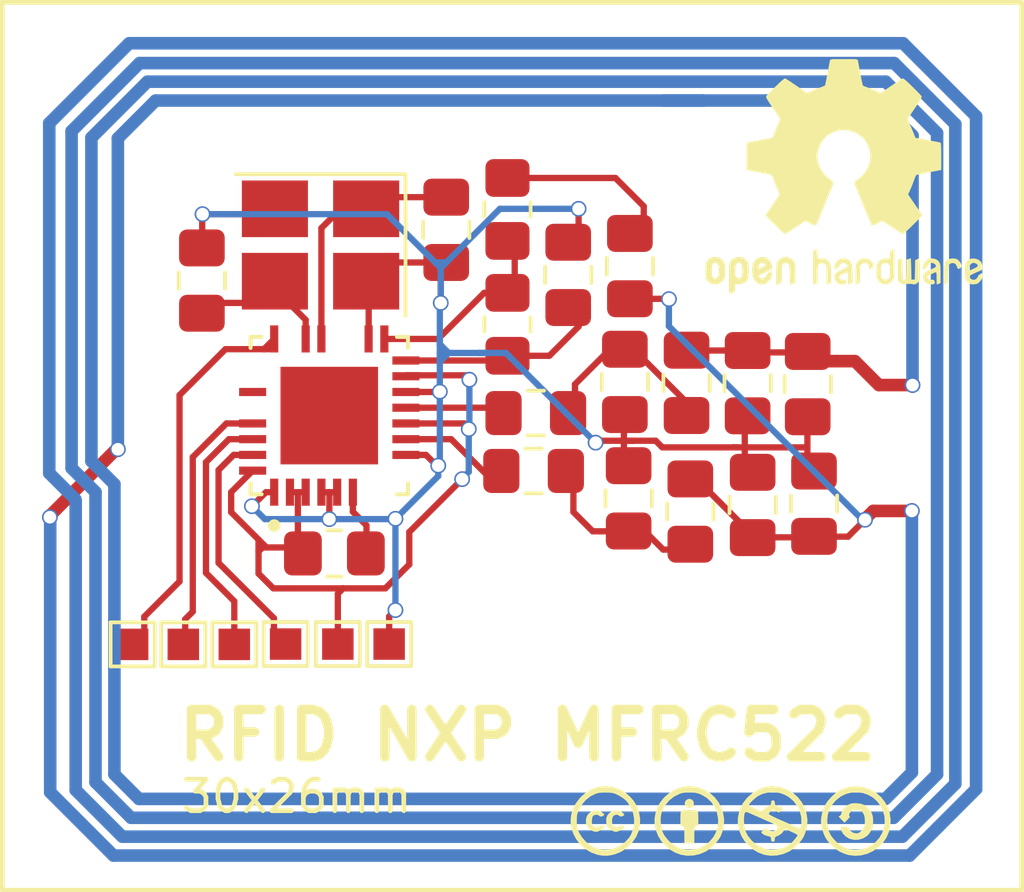
<source format=kicad_pcb>
(kicad_pcb (version 20211014) (generator pcbnew)
  (layers (0 "F.Cu" signal) (31 "B.Cu" signal) (34 "B.Paste" user) (35 "F.Paste" user) (36 "B.SilkS" user "B.Silkscreen") (37 "F.SilkS" user "F.Silkscreen") (38 "B.Mask" user) (39 "F.Mask" user) (44 "Edge.Cuts" user))
  (net 0 "")
  (net 1 "RX")
  (net 2 "Net-(5K1-Pad2)")
  (net 3 "3V3")
  (net 4 "Net-(10K1-Pad2)")
  (net 5 "VMID")
  (net 6 "ANT_GND")
  (net 7 "ANT_TX1")
  (net 8 "Net-(NY1-Pad1)")
  (net 9 "Net-(NY1-Pad3)")
  (net 10 "Net-(NL4-Pad2)")
  (net 11 "Net-(NC25-Pad2)")
  (net 12 "ANT_TX2")
  (net 13 "TX1")
  (net 14 "TX2")
  (net 21 "SDA")
  (net 26 "CLK")
  (net 27 "MOSI")
  (net 28 "MISO")
  (footprint "Capacitor_SMD:C_0805_2012Metric_Pad1.18x1.45mm_HandSolder" (layer "F.Cu") (at 125.94 115.04 90)
    (fp_text reference "NC24" hide)
    (fp_text value "47pF")
    (pad "1" smd roundrect (at -1.0375 0 90) (size 1.175 1.45) (layers "F.Cu" "F.Paste" "F.Mask") (roundrect_rratio 0.212766) (net 10 "Net-(NL4-Pad2)"))
    (pad "2" smd roundrect (at 1.0375 0 90) (size 1.175 1.45) (layers "F.Cu" "F.Paste" "F.Mask") (roundrect_rratio 0.212766) (net 6 "ANT_GND"))
  )
  (footprint "Capacitor_SMD:C_0805_2012Metric_Pad1.18x1.45mm_HandSolder" (layer "F.Cu") (at 131.63 111.41 90)
    (fp_text reference "NC23" hide)
    (fp_text value "10pF")
    (pad "1" smd roundrect (at -1.0375 0 90) (size 1.175 1.45) (layers "F.Cu" "F.Paste" "F.Mask") (roundrect_rratio 0.212766) (net 6 "ANT_GND"))
    (pad "2" smd roundrect (at 1.0375 0 90) (size 1.175 1.45) (layers "F.Cu" "F.Paste" "F.Mask") (roundrect_rratio 0.212766) (net 12 "ANT_TX2"))
  )
  (footprint "Package_QFP:RC522 RFID NFC QFN50P500X500X100-33N" (layer "F.Cu") (at 116.4275 112.41 90)
    (fp_text reference "U1" hide)
    (fp_text value "MFRC522/RC522")
    (pad "1" smd roundrect (at -2.435 -1.75 90) (size 0.86 0.26) (layers "F.Cu" "F.Paste" "F.Mask") (roundrect_rratio 0.03) (net 6 "ANT_GND"))
    (pad "2" smd roundrect (at -2.435 -1.25 90) (size 0.86 0.26) (layers "F.Cu" "F.Paste" "F.Mask") (roundrect_rratio 0.03) (net 3 "3V3"))
    (pad "3" smd roundrect (at -2.435 -0.75 90) (size 0.86 0.26) (layers "F.Cu" "F.Paste" "F.Mask") (roundrect_rratio 0.03) (net 3 "3V3"))
    (pad "4" smd roundrect (at -2.435 -0.25 90) (size 0.86 0.26) (layers "F.Cu" "F.Paste" "F.Mask") (roundrect_rratio 0.03) (net 6 "ANT_GND"))
    (pad "5" smd roundrect (at -2.435 0.25 90) (size 0.86 0.26) (layers "F.Cu" "F.Paste" "F.Mask") (roundrect_rratio 0.03) (net 6 "ANT_GND"))
    (pad "6" smd roundrect (at -2.435 0.75 90) (size 0.86 0.26) (layers "F.Cu" "F.Paste" "F.Mask") (roundrect_rratio 0.03) (net 4 "Net-(10K1-Pad2)"))
    (pad "7" smd roundrect (at -2.435 1.25 90) (size 0 0) (layers "F.Cu" "F.Paste" "F.Mask") (roundrect_rratio 0.03))
    (pad "8" smd roundrect (at -2.435 1.75 90) (size 0 0) (layers "F.Cu" "F.Paste" "F.Mask") (roundrect_rratio 0.03))
    (pad "9" smd roundrect (at -1.75 2.435 180) (size 0 0) (layers "F.Cu" "F.Paste" "F.Mask") (roundrect_rratio 0.03))
    (pad "10" smd roundrect (at -1.25 2.435 180) (size 0.86 0.26) (layers "F.Cu" "F.Paste" "F.Mask") (roundrect_rratio 0.03) (net 6 "ANT_GND"))
    (pad "11" smd roundrect (at -0.75 2.435 180) (size 0.86 0.26) (layers "F.Cu" "F.Paste" "F.Mask") (roundrect_rratio 0.03) (net 13 "TX1"))
    (pad "12" smd roundrect (at -0.25 2.435 180) (size 0.86 0.26) (layers "F.Cu" "F.Paste" "F.Mask") (roundrect_rratio 0.03) (net 3 "3V3"))
    (pad "13" smd roundrect (at 0.25 2.435 180) (size 0.86 0.26) (layers "F.Cu" "F.Paste" "F.Mask") (roundrect_rratio 0.03) (net 14 "TX2"))
    (pad "14" smd roundrect (at 0.75 2.435 180) (size 0.86 0.26) (layers "F.Cu" "F.Paste" "F.Mask") (roundrect_rratio 0.03) (net 6 "ANT_GND"))
    (pad "15" smd roundrect (at 1.25 2.435 180) (size 0.86 0.26) (layers "F.Cu" "F.Paste" "F.Mask") (roundrect_rratio 0.03) (net 3 "3V3"))
    (pad "16" smd roundrect (at 1.75 2.435 180) (size 0.86 0.26) (layers "F.Cu" "F.Paste" "F.Mask") (roundrect_rratio 0.03) (net 5 "VMID"))
    (pad "17" smd roundrect (at 2.435 1.75 90) (size 0.86 0.26) (layers "F.Cu" "F.Paste" "F.Mask") (roundrect_rratio 0.03) (net 1 "RX"))
    (pad "18" smd roundrect (at 2.435 1.25 90) (size 0.86 0.26) (layers "F.Cu" "F.Paste" "F.Mask") (roundrect_rratio 0.03) (net 6 "ANT_GND"))
    (pad "19" smd roundrect (at 2.435 0.75 90) (size 0 0) (layers "F.Cu" "F.Paste" "F.Mask") (roundrect_rratio 0.03))
    (pad "20" smd roundrect (at 2.435 0.25 90) (size 0 0) (layers "F.Cu" "F.Paste" "F.Mask") (roundrect_rratio 0.03))
    (pad "21" smd roundrect (at 2.435 -0.25 90) (size 0.86 0.26) (layers "F.Cu" "F.Paste" "F.Mask") (roundrect_rratio 0.03) (net 8 "Net-(NY1-Pad1)"))
    (pad "22" smd roundrect (at 2.435 -0.75 90) (size 0.86 0.26) (layers "F.Cu" "F.Paste" "F.Mask") (roundrect_rratio 0.03) (net 9 "Net-(NY1-Pad3)"))
    (pad "23" smd roundrect (at 2.435 -1.25 90) (size 0 0) (layers "F.Cu" "F.Paste" "F.Mask") (roundrect_rratio 0.03))
    (pad "24" smd roundrect (at 2.435 -1.75 90) (size 0.86 0.26) (layers "F.Cu" "F.Paste" "F.Mask") (roundrect_rratio 0.03) (net 21 "SDA"))
    (pad "25" smd roundrect (at 1.75 -2.435 180) (size 0 0) (layers "F.Cu" "F.Paste" "F.Mask") (roundrect_rratio 0.03))
    (pad "26" smd roundrect (at 1.25 -2.435 180) (size 0 0) (layers "F.Cu" "F.Paste" "F.Mask") (roundrect_rratio 0.03))
    (pad "27" smd roundrect (at 0.75 -2.435 180) (size 0.86 0.26) (layers "F.Cu" "F.Paste" "F.Mask") (roundrect_rratio 0.03))
    (pad "28" smd roundrect (at 0.25 -2.435 180) (size 0 0) (layers "F.Cu" "F.Paste" "F.Mask") (roundrect_rratio 0.03))
    (pad "29" smd roundrect (at -0.25 -2.435 180) (size 0.86 0.26) (layers "F.Cu" "F.Paste" "F.Mask") (roundrect_rratio 0.03) (net 26 "CLK"))
    (pad "30" smd roundrect (at -0.75 -2.435 180) (size 0.86 0.26) (layers "F.Cu" "F.Paste" "F.Mask") (roundrect_rratio 0.03) (net 27 "MOSI"))
    (pad "31" smd roundrect (at -1.25 -2.435 180) (size 0.86 0.26) (layers "F.Cu" "F.Paste" "F.Mask") (roundrect_rratio 0.03) (net 28 "MISO"))
    (pad "32" smd roundrect (at -1.75 -2.435 180) (size 0.86 0.26) (layers "F.Cu" "F.Paste" "F.Mask") (roundrect_rratio 0.03) (net 3 "3V3"))
    (pad "33" smd rect (at 0 0 90) (size 3.1 3.1) (layers "F.Cu" "F.Mask"))
  )
  (footprint "Capacitor_SMD:C_0805_2012Metric_Pad1.18x1.45mm_HandSolder" (layer "F.Cu") (at 120.14375 106.5075 -90)
    (fp_text reference "NC16" hide)
    (fp_text value "15pF")
    (pad "1" smd roundrect (at -1.0375 0 270) (size 1.175 1.45) (layers "F.Cu" "F.Paste" "F.Mask") (roundrect_rratio 0.212766) (net 8 "Net-(NY1-Pad1)"))
    (pad "2" smd roundrect (at 1.0375 0 270) (size 1.175 1.45) (layers "F.Cu" "F.Paste" "F.Mask") (roundrect_rratio 0.212766) (net 6 "ANT_GND"))
  )
  (footprint "Capacitor_SMD:C_0805_2012Metric_Pad1.18x1.45mm_HandSolder" (layer "F.Cu") (at 127.9 115.46 90)
    (fp_text reference "NC18" hide)
    (fp_text value "15pF")
    (pad "1" smd roundrect (at -1.0375 0 90) (size 1.175 1.45) (layers "F.Cu" "F.Paste" "F.Mask") (roundrect_rratio 0.212766) (net 10 "Net-(NL4-Pad2)"))
    (pad "2" smd roundrect (at 1.0375 0 90) (size 1.175 1.45) (layers "F.Cu" "F.Paste" "F.Mask") (roundrect_rratio 0.212766) (net 7 "ANT_TX1"))
  )
  (footprint "Resistor_SMD:R_0805_2012Metric_Pad1.20x1.40mm_HandSolder" (layer "F.Cu") (at 122.09 109.51 90)
    (fp_text reference "820R1" hide)
    (fp_text value "NR15")
    (pad "1" smd roundrect (at -1 0 90) (size 1.2 1.4) (layers "F.Cu" "F.Paste" "F.Mask") (roundrect_rratio 0.208333) (net 5 "VMID"))
    (pad "2" smd roundrect (at 1 0 90) (size 1.2 1.4) (layers "F.Cu" "F.Paste" "F.Mask") (roundrect_rratio 0.208333) (net 1 "RX"))
  )
  (footprint "Inductor_SMD:L_0805_2012Metric_Pad1.15x1.40mm_HandSolder" (layer "F.Cu") (at 122.99 112.33)
    (fp_text reference "NL5" hide)
    (fp_text value "22uH")
    (pad "1" smd roundrect (at -1.025 0) (size 1.15 1.4) (layers "F.Cu" "F.Paste" "F.Mask") (roundrect_rratio 0.217391) (net 14 "TX2"))
    (pad "2" smd roundrect (at 1.025 0) (size 1.15 1.4) (layers "F.Cu" "F.Paste" "F.Mask") (roundrect_rratio 0.217391) (net 11 "Net-(NC25-Pad2)"))
  )
  (footprint "TestPoint:TestPoint_Pad_1.0x1.0mm" (layer "F.Cu") (at 115.04 119.67)
    (fp_text reference "NT3" hide)
    (fp_text value "MI")
    (pad "1" smd rect (at 0 0) (size 1 1) (layers "F.Cu" "F.Mask") (net 28 "MISO"))
  )
  (footprint "TestPoint:TestPoint_Pad_1.0x1.0mm" (layer "F.Cu") (at 118.33 119.67)
    (fp_text reference "NT6" hide)
    (fp_text value "GND")
    (pad "1" smd rect (at 0 0) (size 1 1) (layers "F.Cu" "F.Mask") (net 6 "ANT_GND"))
  )
  (footprint "Inductor_SMD:L_0805_2012Metric_Pad1.15x1.40mm_HandSolder" (layer "F.Cu") (at 122.92 114.17)
    (fp_text reference "NL4" hide)
    (fp_text value "22uH")
    (pad "1" smd roundrect (at -1.025 0) (size 1.15 1.4) (layers "F.Cu" "F.Paste" "F.Mask") (roundrect_rratio 0.217391) (net 13 "TX1"))
    (pad "2" smd roundrect (at 1.025 0) (size 1.15 1.4) (layers "F.Cu" "F.Paste" "F.Mask") (roundrect_rratio 0.217391) (net 10 "Net-(NL4-Pad2)"))
  )
  (footprint "Symbol:OSHW-Logo2_9.8x8mm_SilkScreen" (layer "F.Cu") (at 132.78 104.8)
    (fp_text reference "REF**" hide)
    (fp_text value "OSHW-Logo2_9.8x8mm_SilkScreen" hide)
  )
  (footprint "Crystal:Crystal_SMD_3225-4Pin_3.2x2.5mm_HandSoldering" (layer "F.Cu") (at 116.15 106.99 180)
    (fp_text reference "NY1" hide)
    (fp_text value "27M12")
    (pad "1" smd rect (at -1.45 1.15 180) (size 2.1 1.8) (layers "F.Cu" "F.Paste" "F.Mask") (net 8 "Net-(NY1-Pad1)"))
    (pad "2" smd rect (at 1.45 1.15 180) (size 2.1 1.8) (layers "F.Cu" "F.Paste" "F.Mask") (net 6 "ANT_GND"))
    (pad "3" smd rect (at 1.45 -1.15 180) (size 2.1 1.8) (layers "F.Cu" "F.Paste" "F.Mask") (net 9 "Net-(NY1-Pad3)"))
    (pad "4" smd rect (at -1.45 -1.15 180) (size 2.1 1.8) (layers "F.Cu" "F.Paste" "F.Mask") (net 6 "ANT_GND"))
  )
  (footprint "Capacitor_SMD:C_0805_2012Metric_Pad1.18x1.45mm_HandSolder" (layer "F.Cu") (at 124.02 107.94 90)
    (fp_text reference "NC5" hide)
    (fp_text value "104????")
    (pad "1" smd roundrect (at -1.0375 0 90) (size 1.175 1.45) (layers "F.Cu" "F.Paste" "F.Mask") (roundrect_rratio 0.212766) (net 5 "VMID"))
    (pad "2" smd roundrect (at 1.0375 0 90) (size 1.175 1.45) (layers "F.Cu" "F.Paste" "F.Mask") (roundrect_rratio 0.212766) (net 6 "ANT_GND"))
  )
  (footprint "Capacitor_SMD:C_0805_2012Metric_Pad1.18x1.45mm_HandSolder" (layer "F.Cu") (at 127.78 111.37 90)
    (fp_text reference "NC19" hide)
    (fp_text value "15pF")
    (pad "1" smd roundrect (at -1.0375 0 90) (size 1.175 1.45) (layers "F.Cu" "F.Paste" "F.Mask") (roundrect_rratio 0.212766) (net 11 "Net-(NC25-Pad2)"))
    (pad "2" smd roundrect (at 1.0375 0 90) (size 1.175 1.45) (layers "F.Cu" "F.Paste" "F.Mask") (roundrect_rratio 0.212766) (net 12 "ANT_TX2"))
  )
  (footprint "TestPoint:TestPoint_Pad_1.0x1.0mm" (layer "F.Cu") (at 116.7 119.67)
    (fp_text reference "NT5" hide)
    (fp_text value "3V3")
    (pad "1" smd rect (at 0 0) (size 1 1) (layers "F.Cu" "F.Mask") (net 3 "3V3"))
  )
  (footprint "TestPoint:TestPoint_Pad_1.0x1.0mm" (layer "F.Cu") (at 111.79 119.68)
    (fp_text reference "NT1" hide)
    (fp_text value "CLK")
    (pad "1" smd rect (at 0 0) (size 1 1) (layers "F.Cu" "F.Mask") (net 26 "CLK"))
  )
  (footprint "TestPoint:TestPoint_Pad_1.0x1.0mm" (layer "F.Cu") (at 113.41 119.68)
    (fp_text reference "NT2" hide)
    (fp_text value "MO")
    (pad "1" smd rect (at 0 0) (size 1 1) (layers "F.Cu" "F.Mask") (net 27 "MOSI"))
  )
  (footprint "TestPoint:TestPoint_Pad_1.0x1.0mm" (layer "F.Cu") (at 110.18 119.68 90)
    (fp_text reference "NT4" hide)
    (fp_text value "DA")
    (pad "1" smd rect (at 0 0 90) (size 1 1) (layers "F.Cu" "F.Mask") (net 21 "SDA"))
  )
  (footprint "Capacitor_SMD:C_0805_2012Metric_Pad1.18x1.45mm_HandSolder" (layer "F.Cu") (at 125.98 107.66 -90)
    (fp_text reference "NC6" hide)
    (fp_text value "104????")
    (pad "1" smd roundrect (at -1.0375 0 270) (size 1.175 1.45) (layers "F.Cu" "F.Paste" "F.Mask") (roundrect_rratio 0.212766) (net 2 "Net-(5K1-Pad2)"))
    (pad "2" smd roundrect (at 1.0375 0 270) (size 1.175 1.45) (layers "F.Cu" "F.Paste" "F.Mask") (roundrect_rratio 0.212766) (net 7 "ANT_TX1"))
  )
  (footprint "Capacitor_SMD:C_0805_2012Metric_Pad1.18x1.45mm_HandSolder" (layer "F.Cu") (at 129.72 111.38 90)
    (fp_text reference "NC21" hide)
    (fp_text value "180pF")
    (pad "1" smd roundrect (at -1.0375 0 90) (size 1.175 1.45) (layers "F.Cu" "F.Paste" "F.Mask") (roundrect_rratio 0.212766) (net 6 "ANT_GND"))
    (pad "2" smd roundrect (at 1.0375 0 90) (size 1.175 1.45) (layers "F.Cu" "F.Paste" "F.Mask") (roundrect_rratio 0.212766) (net 12 "ANT_TX2"))
  )
  (footprint "Capacitor_SMD:C_0805_2012Metric_Pad1.18x1.45mm_HandSolder" (layer "F.Cu") (at 131.83 115.21 90)
    (fp_text reference "NC22" hide)
    (fp_text value "10pF")
    (pad "1" smd roundrect (at -1.0375 0 90) (size 1.175 1.45) (layers "F.Cu" "F.Paste" "F.Mask") (roundrect_rratio 0.212766) (net 7 "ANT_TX1"))
    (pad "2" smd roundrect (at 1.0375 0 90) (size 1.175 1.45) (layers "F.Cu" "F.Paste" "F.Mask") (roundrect_rratio 0.212766) (net 6 "ANT_GND"))
  )
  (footprint "Resistor_SMD:R_0805_2012Metric_Pad1.20x1.40mm_HandSolder" (layer "F.Cu") (at 122.09 105.86 90)
    (fp_text reference "5K1" hide)
    (fp_text value "NR16")
    (pad "1" smd roundrect (at -1 0 90) (size 1.2 1.4) (layers "F.Cu" "F.Paste" "F.Mask") (roundrect_rratio 0.208333) (net 1 "RX"))
    (pad "2" smd roundrect (at 1 0 90) (size 1.2 1.4) (layers "F.Cu" "F.Paste" "F.Mask") (roundrect_rratio 0.208333) (net 2 "Net-(5K1-Pad2)"))
  )
  (footprint "AeonLabs Logosy:aeon creative commons logos" (layer "F.Cu") (at 129.17 125.24)
    (fp_text reference "G***" hide)
    (fp_text value "LOGO" hide)
  )
  (footprint "Capacitor_SMD:C_0805_2012Metric_Pad1.18x1.45mm_HandSolder" (layer "F.Cu") (at 129.88 115.25 90)
    (fp_text reference "NC20" hide)
    (fp_text value "180pF")
    (pad "1" smd roundrect (at -1.0375 0 90) (size 1.175 1.45) (layers "F.Cu" "F.Paste" "F.Mask") (roundrect_rratio 0.212766) (net 7 "ANT_TX1"))
    (pad "2" smd roundrect (at 1.0375 0 90) (size 1.175 1.45) (layers "F.Cu" "F.Paste" "F.Mask") (roundrect_rratio 0.212766) (net 6 "ANT_GND"))
  )
  (footprint "Capacitor_SMD:C_0805_2012Metric_Pad1.18x1.45mm_HandSolder" (layer "F.Cu") (at 125.82 111.34 90)
    (fp_text reference "NC25" hide)
    (fp_text value "47pF")
    (pad "1" smd roundrect (at -1.0375 0 90) (size 1.175 1.45) (layers "F.Cu" "F.Paste" "F.Mask") (roundrect_rratio 0.212766) (net 6 "ANT_GND"))
    (pad "2" smd roundrect (at 1.0375 0 90) (size 1.175 1.45) (layers "F.Cu" "F.Paste" "F.Mask") (roundrect_rratio 0.212766) (net 11 "Net-(NC25-Pad2)"))
  )
  (footprint "Capacitor_SMD:C_0805_2012Metric_Pad1.18x1.45mm_HandSolder" (layer "F.Cu") (at 112.38 108.12 90)
    (fp_text reference "NC17" hide)
    (fp_text value "15pF")
    (pad "1" smd roundrect (at -1.0375 0 90) (size 1.175 1.45) (layers "F.Cu" "F.Paste" "F.Mask") (roundrect_rratio 0.212766) (net 9 "Net-(NY1-Pad3)"))
    (pad "2" smd roundrect (at 1.0375 0 90) (size 1.175 1.45) (layers "F.Cu" "F.Paste" "F.Mask") (roundrect_rratio 0.212766) (net 6 "ANT_GND"))
  )
  (footprint "Resistor_SMD:R_0805_2012Metric_Pad1.20x1.40mm_HandSolder" (layer "F.Cu") (at 116.59 116.79)
    (fp_text reference "10K1" hide)
    (fp_text value "NR14")
    (pad "1" smd roundrect (at -1 0) (size 1.2 1.4) (layers "F.Cu" "F.Paste" "F.Mask") (roundrect_rratio 0.208333) (net 3 "3V3"))
    (pad "2" smd roundrect (at 1 0) (size 1.2 1.4) (layers "F.Cu" "F.Paste" "F.Mask") (roundrect_rratio 0.208333) (net 4 "Net-(10K1-Pad2)"))
  )
  (gr_rect (start 106.04 99.28) (end 138.43 127.49) (layer "F.SilkS") (width 0.15) (fill none))
  (gr_text "30x26mm" (at 115.39 124.51) (layer "F.SilkS") (effects (font (size 1 1))))
  (gr_text "RFID NXP MFRC522" (at 122.73 122.57) (layer "F.SilkS") (effects (font (size 1.5 1.5) (thickness 0.3))))
  (segment (start 121.35 108.51) (end 122.32 108.51) (width 0.2) (layer "F.Cu") (net 1))
  (segment (start 122.32 108.51) (end 122.32 106.89) (width 0.2) (layer "F.Cu") (net 1))
  (segment (start 119.885 109.975) (end 121.35 108.51) (width 0.2) (layer "F.Cu") (net 1))
  (segment (start 122.32 106.89) (end 122.35 106.86) (width 0.2) (layer "F.Cu") (net 1))
  (segment (start 118.1775 109.975) (end 119.885 109.975) (width 0.2) (layer "F.Cu") (net 1))
  (segment (start 126.42 105.76) (end 126.42 106.6325) (width 0.2) (layer "F.Cu") (net 2))
  (segment (start 122.35 104.86) (end 125.52 104.86) (width 0.2) (layer "F.Cu") (net 2))
  (segment (start 125.52 104.86) (end 126.42 105.76) (width 0.2) (layer "F.Cu") (net 2))
  (segment (start 113.31 114.8425) (end 113.9925 114.16) (width 0.2) (layer "F.Cu") (net 3))
  (segment (start 116.87 117.9) (end 118.21 117.9) (width 0.2) (layer "F.Cu") (net 3))
  (segment (start 114.31 116.6) (end 114.18 116.73) (width 0.2) (layer "F.Cu") (net 3))
  (segment (start 116.7 119.67) (end 116.7 118.07) (width 0.2) (layer "F.Cu") (net 3))
  (segment (start 118.8625 112.66) (end 120.72 112.66) (width 0.2) (layer "F.Cu") (net 3))
  (segment (start 114.43 116.6) (end 114.18 116.35) (width 0.2) (layer "F.Cu") (net 3))
  (segment (start 113.31 115.48) (end 113.31 114.8425) (width 0.2) (layer "F.Cu") (net 3))
  (segment (start 115.6775 114.845) (end 115.445 114.845) (width 0.2) (layer "F.Cu") (net 3))
  (segment (start 114.43 116.6) (end 114.31 116.6) (width 0.2) (layer "F.Cu") (net 3))
  (segment (start 116.7 118.07) (end 116.87 117.9) (width 0.2) (layer "F.Cu") (net 3))
  (segment (start 115.445 116.435) (end 115.61 116.6) (width 0.2) (layer "F.Cu") (net 3))
  (segment (start 118.97 116.11) (end 120.65 114.43) (width 0.2) (layer "F.Cu") (net 3))
  (segment (start 114.18 116.35) (end 113.31 115.48) (width 0.2) (layer "F.Cu") (net 3))
  (segment (start 118.87625 111.13) (end 120.88375 111.13) (width 0.2) (layer "F.Cu") (net 3))
  (segment (start 120.72 112.66) (end 120.91 112.85) (width 0.2) (layer "F.Cu") (net 3))
  (segment (start 114.18 116.73) (end 114.18 117.43) (width 0.2) (layer "F.Cu") (net 3))
  (segment (start 114.18 116.35) (end 114.18 116.73) (width 0.2) (layer "F.Cu") (net 3))
  (segment (start 114.18 117.43) (end 114.65 117.9) (width 0.2) (layer "F.Cu") (net 3))
  (segment (start 118.97 117.14) (end 118.97 116.11) (width 0.2) (layer "F.Cu") (net 3))
  (segment (start 115.61 116.6) (end 114.43 116.6) (width 0.2) (layer "F.Cu") (net 3))
  (segment (start 118.21 117.9) (end 118.97 117.14) (width 0.2) (layer "F.Cu") (net 3))
  (segment (start 115.445 114.845) (end 115.1775 114.845) (width 0.2) (layer "F.Cu") (net 3))
  (segment (start 115.43 114.845) (end 115.43 116.435) (width 0.2) (layer "F.Cu") (net 3))
  (segment (start 114.65 117.9) (end 116.87 117.9) (width 0.2) (layer "F.Cu") (net 3))
  (via (at 120.88 111.27) (size 0.5) (drill 0.4) (layers "F.Cu" "B.Cu") (net 3))
  (via (at 120.65 114.43) (size 0.5) (drill 0.4) (layers "F.Cu" "B.Cu") (net 3))
  (via (at 120.86 112.84) (size 0.5) (drill 0.4) (layers "F.Cu" "B.Cu") (net 3))
  (segment (start 120.86 114.2) (end 120.7 114.36) (width 0.2) (layer "B.Cu") (net 3))
  (segment (start 120.88 111.27) (end 120.88 112.82) (width 0.2) (layer "B.Cu") (net 3))
  (segment (start 120.88 112.82) (end 120.86 112.84) (width 0.2) (layer "B.Cu") (net 3))
  (segment (start 120.86 112.84) (end 120.86 114.2) (width 0.2) (layer "B.Cu") (net 3))
  (segment (start 117.61 115.9) (end 117.61 116.6) (width 0.2) (layer "F.Cu") (net 4))
  (segment (start 117.1775 115.4675) (end 117.61 115.9) (width 0.2) (layer "F.Cu") (net 4))
  (segment (start 117.1775 114.845) (end 117.1775 115.4675) (width 0.2) (layer "F.Cu") (net 4))
  (segment (start 122.17 110.66) (end 122.32 110.51) (width 0.2) (layer "F.Cu") (net 5))
  (segment (start 124.35 109.58) (end 124.35 108.9875) (width 0.2) (layer "F.Cu") (net 5))
  (segment (start 122.32 110.51) (end 123.42 110.51) (width 0.2) (layer "F.Cu") (net 5))
  (segment (start 123.42 110.51) (end 124.35 109.58) (width 0.2) (layer "F.Cu") (net 5))
  (segment (start 118.8625 110.66) (end 122.17 110.66) (width 0.2) (layer "F.Cu") (net 5))
  (segment (start 114.415 114.845) (end 113.97 115.29) (width 0.2) (layer "F.Cu") (net 6))
  (segment (start 126.16 114.0125) (end 125.7525 114.0125) (width 0.2) (layer "F.Cu") (net 6))
  (segment (start 127.01 113.42) (end 129.26 113.42) (width 0.2) (layer "F.Cu") (net 6))
  (segment (start 120.14375 107.545) (end 117.80625 107.545) (width 0.2) (layer "F.Cu") (net 6))
  (segment (start 125.4675 113.53) (end 125.94 114.0025) (width 0.2) (layer "F.Cu") (net 6))
  (segment (start 130.24 114.1525) (end 130.19 114.2025) (width 0.2) (layer "F.Cu") (net 6))
  (segment (start 114.6775 114.845) (end 114.415 114.845) (width 0.2) (layer "F.Cu") (net 6))
  (segment (start 118.33 119.67) (end 118.33 118.79) (width 0.2) (layer "F.Cu") (net 6))
  (segment (start 119.5 113.66) (end 119.82 113.98) (width 0.2) (layer "F.Cu") (net 6))
  (segment (start 118.33 118.79) (end 118.53 118.59) (width 0.2) (layer "F.Cu") (net 6))
  (segment (start 131.62 113.37) (end 131.62 113.72) (width 0.2) (layer "F.Cu") (net 6))
  (segment (start 126.09 113.21) (end 124.95 113.21) (width 0.2) (layer "F.Cu") (net 6))
  (segment (start 125.79 112.5975) (end 125.79 113.21) (width 0.2) (layer "F.Cu") (net 6))
  (segment (start 116.445 115.685) (end 116.43 115.7) (width 0.2) (layer "F.Cu") (net 6))
  (segment (start 125.79 113.21) (end 126.09 113.21) (width 0.2) (layer "F.Cu") (net 6))
  (segment (start 112.39 107.1325) (end 112.39 106.1) (width 0.2) (layer "F.Cu") (net 6))
  (segment (start 129.26 113.42) (end 131.57 113.42) (width 0.2) (layer "F.Cu") (net 6))
  (segment (start 126.8 113.21) (end 127.01 113.42) (width 0.2) (layer "F.Cu") (net 6))
  (segment (start 117.68 109.97375) (end 117.68 107.90625) (width 0.2) (layer "F.Cu") (net 6))
  (segment (start 125.79 113.21) (end 125.79 113.63) (width 0.2) (layer "F.Cu") (net 6))
  (segment (start 114.53 106.01) (end 112.4 106.01) (width 0.2) (layer "F.Cu") (net 6))
  (segment (start 132.2 114.1325) (end 132.15 114.1825) (width 0.2) (layer "F.Cu") (net 6))
  (segment (start 126.19 113.9825) (end 126.16 114.0125) (width 0.2) (layer "F.Cu") (net 6))
  (segment (start 118.8625 111.66) (end 119.94 111.66) (width 0.2) (layer "F.Cu") (net 6))
  (segment (start 117.80625 107.545) (end 117.61375 107.7375) (width 0.2) (layer "F.Cu") (net 6))
  (segment (start 116.445 114.845) (end 116.1775 114.845) (width 0.2) (layer "F.Cu") (net 6))
  (segment (start 114.7 105.84) (end 114.53 106.01) (width 0.2) (layer "F.Cu") (net 6))
  (segment (start 131.62 112.8075) (end 131.62 113.37) (width 0.2) (layer "F.Cu") (net 6))
  (segment (start 126.09 113.21) (end 126.8 113.21) (width 0.2) (layer "F.Cu") (net 6))
  (segment (start 129.26 113.42) (end 129.4075 113.42) (width 0.2) (layer "F.Cu") (net 6))
  (segment (start 131.57 113.42) (end 131.62 113.37) (width 0.2) (layer "F.Cu") (net 6))
  (segment (start 117.78125 107.905) (end 117.61375 107.7375) (width 0.2) (layer "F.Cu") (net 6))
  (segment (start 119.97 108.83) (end 119.97 107.71875) (width 0.2) (layer "F.Cu") (net 6))
  (segment (start 124.95 113.21) (end 124.89 113.27) (width 0.2) (layer "F.Cu") (net 6))
  (segment (start 116.6775 114.845) (end 116.445 114.845) (width 0.2) (layer "F.Cu") (net 6))
  (segment (start 119.97 107.71875) (end 120.14375 107.545) (width 0.2) (layer "F.Cu") (net 6))
  (segment (start 118.8625 113.66) (end 119.5 113.66) (width 0.2) (layer "F.Cu") (net 6))
  (segment (start 124.35 106.9125) (end 124.35 105.9) (width 0.2) (layer "F.Cu") (net 6))
  (segment (start 116.43 114.84) (end 116.43 115.68) (width 0.2) (layer "F.Cu") (net 6))
  (segment (start 129.63 112.7175) (end 129.63 113.73) (width 0.2) (layer "F.Cu") (net 6))
  (segment (start 114.62625 105.35) (end 114.71375 105.4375) (width 0.2) (layer "F.Cu") (net 6))
  (via (at 113.97 115.29) (size 0.5) (drill 0.4) (layers "F.Cu" "B.Cu") (net 6))
  (via (at 116.43 115.7) (size 0.5) (drill 0.4) (layers "F.Cu" "B.Cu") (net 6))
  (via (at 119.97 108.83) (size 0.5) (drill 0.4) (layers "F.Cu" "B.Cu") (net 6))
  (via (at 112.4 106.01) (size 0.5) (drill 0.4) (layers "F.Cu" "B.Cu") (net 6))
  (via (at 118.53 115.69) (size 0.5) (drill 0.4) (layers "F.Cu" "B.Cu") (net 6))
  (via (at 124.35 105.84) (size 0.5) (drill 0.4) (layers "F.Cu" "B.Cu") (net 6))
  (via (at 118.53 118.59) (size 0.5) (drill 0.4) (layers "F.Cu" "B.Cu") (net 6))
  (via (at 119.94 111.65) (size 0.5) (drill 0.4) (layers "F.Cu" "B.Cu") (net 6))
  (via (at 124.89 113.27) (size 0.5) (drill 0.4) (layers "F.Cu" "B.Cu") (net 6))
  (via (at 119.89 114) (size 0.5) (drill 0.4) (layers "F.Cu" "B.Cu") (net 6))
  (segment (start 120.22 110.42) (end 121.2 110.42) (width 0.2) (layer "B.Cu") (net 6))
  (segment (start 119.97 107.72) (end 120.115 107.575) (width 0.2) (layer "B.Cu") (net 6))
  (segment (start 119.94 109.95) (end 119.94 108.74) (width 0.2) (layer "B.Cu") (net 6))
  (segment (start 119.795 107.545) (end 119.06 106.81) (width 0.2) (layer "B.Cu") (net 6))
  (segment (start 119.89 114) (end 119.89 114.33) (width 0.2) (layer "B.Cu") (net 6))
  (segment (start 118.53 115.69) (end 118.53 118.59) (width 0.2) (layer "B.Cu") (net 6))
  (segment (start 120.085 107.545) (end 120.115 107.575) (width 0.2) (layer "B.Cu") (net 6))
  (segment (start 119.94 110.66) (end 119.94 110.42) (width 0.2) (layer "B.Cu") (net 6))
  (segment (start 121.2 110.42) (end 122.04 110.42) (width 0.2) (layer "B.Cu") (net 6))
  (segment (start 119.94 110.14) (end 120.22 110.42) (width 0.2) (layer "B.Cu") (net 6))
  (segment (start 121.85 105.84) (end 124.35 105.84) (width 0.2) (layer "B.Cu") (net 6))
  (segment (start 120.115 107.575) (end 121.85 105.84) (width 0.2) (layer "B.Cu") (net 6))
  (segment (start 119.94 110.66) (end 119.98 110.66) (width 0.2) (layer "B.Cu") (net 6))
  (segment (start 122.04 110.42) (end 124.89 113.27) (width 0.2) (layer "B.Cu") (net 6))
  (segment (start 119.94 111.65) (end 119.94 110.66) (width 0.2) (layer "B.Cu") (net 6))
  (segment (start 121.2 110.42) (end 121.45 110.42) (width 0.2) (layer "B.Cu") (net 6))
  (segment (start 119.97 107.72) (end 119.795 107.545) (width 0.2) (layer "B.Cu") (net 6))
  (segment (start 119.94 113.95) (end 119.89 114) (width 0.2) (layer "B.Cu") (net 6))
  (segment (start 116.43 115.7) (end 114.38 115.7) (width 0.2) (layer "B.Cu") (net 6))
  (segment (start 119.98 110.66) (end 120.22 110.42) (width 0.2) (layer "B.Cu") (net 6))
  (segment (start 119.06 106.81) (end 118.26 106.01) (width 0.2) (layer "B.Cu") (net 6))
  (segment (start 119.795 107.545) (end 120.085 107.545) (width 0.2) (layer "B.Cu") (net 6))
  (segment (start 119.94 111.65) (end 119.94 113.95) (width 0.2) (layer "B.Cu") (net 6))
  (segment (start 119.94 110.42) (end 120.22 110.42) (width 0.2) (layer "B.Cu") (net 6))
  (segment (start 114.38 115.7) (end 113.97 115.29) (width 0.2) (layer "B.Cu") (net 6))
  (segment (start 118.26 106.01) (end 112.4 106.01) (width 0.2) (layer "B.Cu") (net 6))
  (segment (start 119.97 108.83) (end 119.97 107.72) (width 0.2) (layer "B.Cu") (net 6))
  (segment (start 119.89 114.33) (end 118.53 115.69) (width 0.2) (layer "B.Cu") (net 6))
  (segment (start 118.52 115.7) (end 118.53 115.69) (width 0.2) (layer "B.Cu") (net 6))
  (segment (start 119.94 110.42) (end 119.94 109.95) (width 0.2) (layer "B.Cu") (net 6))
  (segment (start 119.94 109.95) (end 119.94 110.14) (width 0.2) (layer "B.Cu") (net 6))
  (segment (start 116.43 115.7) (end 118.52 115.7) (width 0.2) (layer "B.Cu") (net 6))
  (segment (start 133.71 115.44) (end 133.47 115.68) (width 0.4) (layer "F.Cu") (net 7))
  (segment (start 133.13 110.68) (end 132.55 110.68) (width 0.4) (layer "F.Cu") (net 7))
  (segment (start 128.19 114.5925) (end 128.2625 114.5925) (width 0.2) (layer "F.Cu") (net 7))
  (segment (start 132.9125 116.2575) (end 133.45 115.72) (width 0.2) (layer "F.Cu") (net 7))
  (segment (start 132.15 116.2575) (end 132.9125 116.2575) (width 0.2) (layer "F.Cu") (net 7))
  (segment (start 132.55 110.68) (end 131.46 110.68) (width 0.4) (layer "F.Cu") (net 7))
  (segment (start 128.2625 114.5925) (end 129.9475 116.2775) (width 0.2) (layer "F.Cu") (net 7))
  (segment (start 129.9475 116.2775) (end 130.19 116.2775) (width 0.2) (layer "F.Cu") (net 7))
  (segment (start 130.19 116.2775) (end 132.13 116.2775) (width 0.2) (layer "F.Cu") (net 7))
  (segment (start 125.83625 108.7) (end 127.16375 108.7) (width 0.2) (layer "F.Cu") (net 7))
  (segment (start 134.96 111.44) (end 133.89 111.44) (width 0.4) (layer "F.Cu") (net 7))
  (segment (start 109.67 113.47) (end 107.55 115.59) (width 0.4) (layer "F.Cu") (net 7))
  (segment (start 134.94 115.44) (end 133.71 115.44) (width 0.4) (layer "F.Cu") (net 7))
  (segment (start 132.13 116.2775) (end 132.15 116.2575) (width 0.2) (layer "F.Cu") (net 7))
  (segment (start 133.89 111.44) (end 133.13 110.68) (width 0.4) (layer "F.Cu") (net 7))
  (via (at 134.94 115.44) (size 0.5) (drill 0.4) (layers "F.Cu" "B.Cu") (net 7))
  (via (at 134.96 111.44) (size 0.5) (drill 0.4) (layers "F.Cu" "B.Cu") (net 7))
  (via (at 127.22 108.71) (size 0.5) (drill 0.4) (layers "F.Cu" "B.Cu") (net 7))
  (via (at 107.55 115.64) (size 0.5) (drill 0.4) (layers "F.Cu" "B.Cu") (net 7))
  (via (at 133.45 115.72) (size 0.5) (drill 0.4) (layers "F.Cu" "B.Cu") (net 7))
  (via (at 109.71 113.48) (size 0.5) (drill 0.4) (layers "F.Cu" "B.Cu") (net 7))
  (segment (start 128.31 102.4) (end 130.66 102.4) (width 0.4) (layer "B.Cu") (net 7))
  (segment (start 108.37 124.31) (end 108.37 115.1) (width 0.4) (layer "B.Cu") (net 7))
  (segment (start 108.36 115.07) (end 107.53 114.24) (width 0.4) (layer "B.Cu") (net 7))
  (segment (start 134.66 100.58) (end 136.98 102.9) (width 0.4) (layer "B.Cu") (net 7))
  (segment (start 109.6 123.81) (end 109.6 114.59) (width 0.4) (layer "B.Cu") (net 7))
  (segment (start 110.07 100.58) (end 134.66 100.58) (width 0.4) (layer "B.Cu") (net 7))
  (segment (start 127.995 110.345) (end 127.22 109.57) (width 0.2) (layer "B.Cu") (net 7))
  (segment (start 133.85 102.4) (end 134.51 103.06) (width 0.4) (layer "B.Cu") (net 7))
  (segment (start 136.98 102.9) (end 136.98 124.28) (width 0.4) (layer "B.Cu") (net 7))
  (segment (start 134.64 125.79) (end 109.85 125.79) (width 0.4) (layer "B.Cu") (net 7))
  (segment (start 109.57 126.39) (end 107.56 124.38) (width 0.4) (layer "B.Cu") (net 7))
  (segment (start 109.6 114.59) (end 108.87 113.86) (width 0.4) (layer "B.Cu") (net 7))
  (segment (start 134.96 103.51) (end 134.51 103.06) (width 0.4) (layer "B.Cu") (net 7))
  (segment (start 108.24 114.08) (end 108.24 103.37) (width 0.4) (layer "B.Cu") (net 7))
  (segment (start 108.87 113.86) (end 108.87 103.58) (width 0.4) (layer "B.Cu") (net 7))
  (segment (start 128.31 102.4) (end 110.91 102.4) (width 0.4) (layer "B.Cu") (net 7))
  (segment (start 108.87 103.58) (end 110.65 101.8) (width 0.4) (layer "B.Cu") (net 7))
  (segment (start 134.38 101.21) (end 136.32 103.15) (width 0.4) (layer "B.Cu") (net 7))
  (segment (start 109.71 103.6) (end 109.71 113.48) (width 0.4) (layer "B.Cu") (net 7))
  (segment (start 134.94 115.44) (end 134.94 123.75) (width 0.4) (layer "B.Cu") (net 7))
  (segment (start 135.74 103.43) (end 135.74 123.81) (width 0.4) (layer "B.Cu") (net 7))
  (segment (start 135.76 125.5) (end 134.87 126.39) (width 0.4) (layer "B.Cu") (net 7))
  (segment (start 134.96 111.44) (end 134.96 103.51) (width 0.4) (layer "B.Cu") (net 7))
  (segment (start 130.66 102.4) (end 133.85 102.4) (width 0.4) (layer "B.Cu") (net 7))
  (segment (start 135.48 124.95) (end 134.64 125.79) (width 0.4) (layer "B.Cu") (net 7))
  (segment (start 136.32 103.15) (end 136.32 124.11) (width 0.4) (layer "B.Cu") (net 7))
  (segment (start 127.995 110.345) (end 133.34 115.69) (width 0.2) (layer "B.Cu") (net 7))
  (segment (start 110.91 102.4) (end 109.71 103.6) (width 0.4) (layer "B.Cu") (net 7))
  (segment (start 134.1 124.59) (end 110.38 124.59) (width 0.4) (layer "B.Cu") (net 7))
  (segment (start 109 114.84) (end 108.24 114.08) (width 0.4) (layer "B.Cu") (net 7))
  (segment (start 109.85 125.79) (end 108.37 124.31) (width 0.4) (layer "B.Cu") (net 7))
  (segment (start 107.53 103.12) (end 110.07 100.58) (width 0.4) (layer "B.Cu") (net 7))
  (segment (start 127.22 109.57) (end 127.22 108.71) (width 0.2) (layer "B.Cu") (net 7))
  (segment (start 134.36 125.19) (end 110.13 125.19) (width 0.4) (layer "B.Cu") (net 7))
  (segment (start 134.94 123.75) (end 134.1 124.59) (width 0.4) (layer "B.Cu") (net 7))
  (segment (start 110.65 101.8) (end 134.11 101.8) (width 0.4) (layer "B.Cu") (net 7))
  (segment (start 136.32 124.11) (end 135.48 124.95) (width 0.4) (layer "B.Cu") (net 7))
  (segment (start 130.66 102.4) (end 131.31 102.4) (width 0.4) (layer "B.Cu") (net 7))
  (segment (start 110.13 125.19) (end 109 124.06) (width 0.4) (layer "B.Cu") (net 7))
  (segment (start 135.74 123.81) (end 134.36 125.19) (width 0.4) (layer "B.Cu") (net 7))
  (segment (start 107.53 114.24) (end 107.53 103.12) (width 0.4) (layer "B.Cu") (net 7))
  (segment (start 108.24 103.37) (end 110.4 101.21) (width 0.4) (layer "B.Cu") (net 7))
  (segment (start 134.87 126.39) (end 109.57 126.39) (width 0.4) (layer "B.Cu") (net 7))
  (segment (start 107.56 124.38) (end 107.56 115.68) (width 0.4) (layer "B.Cu") (net 7))
  (segment (start 127.7 110.05) (end 127.995 110.345) (width 0.2) (layer "B.Cu") (net 7))
  (segment (start 134.11 101.8) (end 135.74 103.43) (width 0.4) (layer "B.Cu") (net 7))
  (segment (start 110.4 101.21) (end 134.38 101.21) (width 0.4) (layer "B.Cu") (net 7))
  (segment (start 109 124.06) (end 109 114.84) (width 0.4) (layer "B.Cu") (net 7))
  (segment (start 136.98 124.28) (end 135.76 125.5) (width 0.4) (layer "B.Cu") (net 7))
  (segment (start 127.04 102.4) (end 128.31 102.4) (width 0.4) (layer "B.Cu") (net 7))
  (segment (start 110.38 124.59) (end 109.6 123.81) (width 0.4) (layer "B.Cu") (net 7))
  (segment (start 116.1775 106.4525) (end 117.1925 105.4375) (width 0.2) (layer "F.Cu") (net 8))
  (segment (start 117.64625 105.47) (end 117.61375 105.4375) (width 0.2) (layer "F.Cu") (net 8))
  (segment (start 117.1925 105.4375) (end 117.61375 105.4375) (width 0.2) (layer "F.Cu") (net 8))
  (segment (start 120.14375 105.47) (end 117.64625 105.47) (width 0.2) (layer "F.Cu") (net 8))
  (segment (start 116.1775 109.975) (end 116.1775 106.4525) (width 0.2) (layer "F.Cu") (net 8))
  (segment (start 115.6775 109.975) (end 115.6775 109.3675) (width 0.2) (layer "F.Cu") (net 9))
  (segment (start 115.6775 109.3675) (end 114.71375 108.40375) (width 0.2) (layer "F.Cu") (net 9))
  (segment (start 112.33625 108.83) (end 114.32375 108.83) (width 0.2) (layer "F.Cu") (net 9))
  (segment (start 114.71375 108.40375) (end 114.71375 107.7375) (width 0.2) (layer "F.Cu") (net 9))
  (segment (start 114.40125 107.425) (end 114.71375 107.7375) (width 0.2) (layer "F.Cu") (net 9))
  (segment (start 124.7975 116.0875) (end 126.16 116.0875) (width 0.2) (layer "F.Cu") (net 10))
  (segment (start 127.0375 116.6675) (end 128.19 116.6675) (width 0.2) (layer "F.Cu") (net 10))
  (segment (start 126.16 116.0875) (end 126.4575 116.0875) (width 0.2) (layer "F.Cu") (net 10))
  (segment (start 124.185 114.8) (end 124.185 115.475) (width 0.2) (layer "F.Cu") (net 10))
  (segment (start 124.185 115.475) (end 124.7975 116.0875) (width 0.2) (layer "F.Cu") (net 10))
  (segment (start 126.4575 116.0875) (end 127.0375 116.6675) (width 0.2) (layer "F.Cu") (net 10))
  (segment (start 124.235 112.34) (end 124.235 111.415) (width 0.2) (layer "F.Cu") (net 11))
  (segment (start 126.19 110.3125) (end 126.19 110.4) (width 0.2) (layer "F.Cu") (net 11))
  (segment (start 126.19 110.4) (end 128.13 112.34) (width 0.2) (layer "F.Cu") (net 11))
  (segment (start 124.235 111.415) (end 125.3375 110.3125) (width 0.2) (layer "F.Cu") (net 11))
  (segment (start 128.13 112.34) (end 128.13 112.5575) (width 0.2) (layer "F.Cu") (net 11))
  (segment (start 125.3375 110.3125) (end 126.19 110.3125) (width 0.2) (layer "F.Cu") (net 11))
  (segment (start 132.14 110.4025) (end 132.2 110.4625) (width 0.2) (layer "F.Cu") (net 12))
  (segment (start 130.24 110.4025) (end 132.14 110.4025) (width 0.2) (layer "F.Cu") (net 12))
  (segment (start 130.18 110.3425) (end 130.24 110.4025) (width 0.2) (layer "F.Cu") (net 12))
  (segment (start 128.14 110.3425) (end 130.18 110.3425) (width 0.2) (layer "F.Cu") (net 12))
  (segment (start 120.3 113.16) (end 121.5 114.36) (width 0.2) (layer "F.Cu") (net 13))
  (segment (start 118.8625 113.16) (end 120.3 113.16) (width 0.2) (layer "F.Cu") (net 13))
  (segment (start 122.025 114.36) (end 122.155 114.23) (width 0.2) (layer "F.Cu") (net 13))
  (segment (start 121.5 114.36) (end 122.025 114.36) (width 0.2) (layer "F.Cu") (net 13))
  (segment (start 118.8625 112.16) (end 122.005 112.16) (width 0.2) (layer "F.Cu") (net 14))
  (segment (start 122.005 112.16) (end 122.185 112.34) (width 0.2) (layer "F.Cu") (net 14))
  (segment (start 113.13 110.3) (end 111.67 111.76) (width 0.2) (layer "F.Cu") (net 21))
  (segment (start 114.35 110.3) (end 114.3525 110.3) (width 0.2) (layer "F.Cu") (net 21))
  (segment (start 111.67 117.68) (end 110.55 118.8) (width 0.2) (layer "F.Cu") (net 21))
  (segment (start 114.35 110.3) (end 114.54 110.3) (width 0.2) (layer "F.Cu") (net 21))
  (segment (start 110.55 119.56) (end 110.44 119.67) (width 0.2) (layer "F.Cu") (net 21))
  (segment (start 110.55 118.8) (end 110.55 119.56) (width 0.2) (layer "F.Cu") (net 21))
  (segment (start 114.3525 110.3) (end 114.6775 109.975) (width 0.2) (layer "F.Cu") (net 21))
  (segment (start 111.67 111.76) (end 111.67 117.68) (width 0.2) (layer "F.Cu") (net 21))
  (segment (start 114.35 110.3) (end 113.13 110.3) (width 0.2) (layer "F.Cu") (net 21))
  (segment (start 111.76 119.39) (end 112.05 119.68) (width 0.2) (layer "F.Cu") (net 26))
  (segment (start 113.16 112.66) (end 112.09 113.73) (width 0.2) (layer "F.Cu") (net 26))
  (segment (start 111.85 119.62) (end 111.79 119.68) (width 0.2) (layer "F.Cu") (net 26))
  (segment (start 111.85 118.88) (end 111.85 119.62) (width 0.2) (layer "F.Cu") (net 26))
  (segment (start 112.09 113.73) (end 112.09 118.64) (width 0.2) (layer "F.Cu") (net 26))
  (segment (start 112.09 118.64) (end 111.85 118.88) (width 0.2) (layer "F.Cu") (net 26))
  (segment (start 113.9925 112.66) (end 113.16 112.66) (width 0.2) (layer "F.Cu") (net 26))
  (segment (start 113.24 113.16) (end 113.9925 113.16) (width 0.2) (layer "F.Cu") (net 27))
  (segment (start 113.41 119.68) (end 113.41 118.31) (width 0.2) (layer "F.Cu") (net 27))
  (segment (start 112.51 113.89) (end 112.51 117.41) (width 0.2) (layer "F.Cu") (net 27))
  (segment (start 113.41 118.31) (end 112.945 117.845) (width 0.2) (layer "F.Cu") (net 27))
  (segment (start 112.51 117.41) (end 112.945 117.845) (width 0.2) (layer "F.Cu") (net 27))
  (segment (start 113.015 113.385) (end 112.51 113.89) (width 0.2) (layer "F.Cu") (net 27))
  (segment (start 113.015 113.385) (end 113.24 113.16) (width 0.2) (layer "F.Cu") (net 27))
  (segment (start 113.9925 113.66) (end 113.39 113.66) (width 0.2) (layer "F.Cu") (net 28))
  (segment (start 113.39 113.66) (end 112.91 114.14) (width 0.2) (layer "F.Cu") (net 28))
  (segment (start 114.67 119.3) (end 115.04 119.67) (width 0.2) (layer "F.Cu") (net 28))
  (segment (start 112.91 114.14) (end 112.91 117.09) (width 0.2) (layer "F.Cu") (net 28))
  (segment (start 112.91 117.09) (end 114.67 118.85) (width 0.2) (layer "F.Cu") (net 28))
  (segment (start 114.67 118.85) (end 114.67 119.3) (width 0.2) (layer "F.Cu") (net 28))
)
</source>
